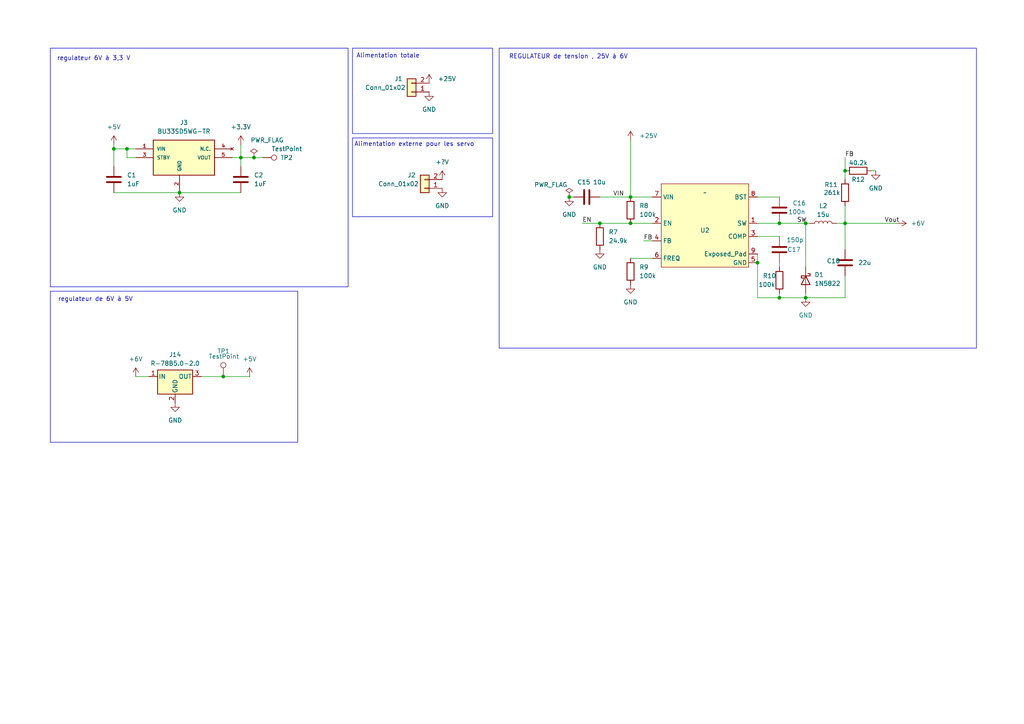
<source format=kicad_sch>
(kicad_sch (version 20250114) (generator "eeschema") (generator_version "9.0")
  (paper "A4")
  (lib_symbols
    (symbol "BU33SD5WG-TR:BU33SD5WG-TR" (pin_names (offset 1.016))
      (property "Reference" "PS1" (at 13.97 7.62 0))
      (property "Value" "BU33SD5WG-TR" (at 13.97 5.08 0))
      (symbol "BU33SD5WG-TR_0_0"
        (rectangle (start 5.08 -7.62) (end 22.86 2.54) (stroke (width 0.254)) (fill (type background)))
        (pin bidirectional line (at 0 0 0) (length 5.08) (name "VIN") (number "1"))
        (pin bidirectional line (at 0 -2.54 0) (length 5.08) (name "STBY") (number "3"))
        (pin bidirectional line (at 12.7 -12.7 90) (length 5.08) (name "GND") (number "2"))
        (pin no_connect line (at 27.94 0 180) (length 5.08) (name "N.C.") (number "4"))
        (pin bidirectional line (at 27.94 -2.54 180) (length 5.08) (name "VOUT") (number "5"))
      )
    )
    (symbol "Connector:TestPoint" (pin_numbers (hide yes)) (pin_names (offset 0.762) (hide yes))
      (property "Reference" "TP" (at 0 6.858 0))
      (property "Value" "TestPoint" (at 0 5.08 0))
      (symbol "TestPoint_0_1"
        (circle (center 0 3.302) (radius 0.762))
      )
      (symbol "TestPoint_1_1"
        (pin passive line (at 0 0 90) (length 2.54) (name "1") (number "1"))
      )
    )
    (symbol "Connector_Generic:Conn_01x02" (pin_names (offset 1.016) (hide yes))
      (property "Reference" "J" (at 0 2.54 0))
      (property "Value" "Conn_01x02" (at 0 -5.08 0))
      (symbol "Conn_01x02_1_1"
        (rectangle (start -1.27 1.27) (end 1.27 -3.81) (stroke (width 0.254)) (fill (type background)))
        (rectangle (start -1.27 0.127) (end 0 -0.127) (stroke (width 0.1524)))
        (rectangle (start -1.27 -2.413) (end 0 -2.667) (stroke (width 0.1524)))
        (pin passive line (at -5.08 0 0) (length 3.81) (name "Pin_1") (number "1"))
        (pin passive line (at -5.08 -2.54 0) (length 3.81) (name "Pin_2") (number "2"))
      )
    )
    (symbol "Device:C" (pin_numbers (hide yes)) (pin_names (offset 0.254))
      (property "Reference" "C" (at 0.635 2.54 0))
      (property "Value" "C" (at 0.635 -2.54 0))
      (symbol "C_0_1"
        (polyline (pts (xy -2.032 0.762) (xy 2.032 0.762)) (stroke (width 0.508)))
        (polyline (pts (xy -2.032 -0.762) (xy 2.032 -0.762)) (stroke (width 0.508)))
      )
      (symbol "C_1_1"
        (pin passive line (at 0 3.81 270) (length 2.794) (name "~") (number "1"))
        (pin passive line (at 0 -3.81 90) (length 2.794) (name "~") (number "2"))
      )
    )
    (symbol "Device:L" (pin_numbers (hide yes)) (pin_names (offset 1.016) (hide yes))
      (property "Reference" "L" (at -1.27 0 90))
      (property "Value" "L" (at 1.905 0 90))
      (symbol "L_0_1"
        (arc (start 0 2.54) (mid 0.6323 1.905) (end 0 1.27))
        (arc (start 0 1.27) (mid 0.6323 0.635) (end 0 0))
        (arc (start 0 0) (mid 0.6323 -0.635) (end 0 -1.27))
        (arc (start 0 -1.27) (mid 0.6323 -1.905) (end 0 -2.54))
      )
      (symbol "L_1_1"
        (pin passive line (at 0 3.81 270) (length 1.27) (name "1") (number "1"))
        (pin passive line (at 0 -3.81 90) (length 1.27) (name "2") (number "2"))
      )
    )
    (symbol "Device:R" (pin_numbers (hide yes)) (pin_names (offset 0))
      (property "Reference" "R" (at 2.032 0 90))
      (property "Value" "R" (at 0 0 90))
      (symbol "R_0_1"
        (rectangle (start -1.016 -2.54) (end 1.016 2.54) (stroke (width 0.254)))
      )
      (symbol "R_1_1"
        (pin passive line (at 0 3.81 270) (length 1.27) (name "~") (number "1"))
        (pin passive line (at 0 -3.81 90) (length 1.27) (name "~") (number "2"))
      )
    )
    (symbol "Diode:1N5822" (pin_numbers (hide yes)) (pin_names (offset 1.016) (hide yes))
      (property "Reference" "D" (at 0 2.54 0))
      (property "Value" "1N5822" (at 0 -2.54 0))
      (symbol "1N5822_0_1"
        (polyline (pts (xy -1.905 0.635) (xy -1.905 1.27) (xy -1.27 1.27) (xy -1.27 -1.27) (xy -0.635 -1.27) (xy -0.635 -0.635)) (stroke (width 0.254)))
        (polyline (pts (xy 1.27 1.27) (xy 1.27 -1.27) (xy -1.27 0) (xy 1.27 1.27)) (stroke (width 0.254)))
        (polyline (pts (xy 1.27 0) (xy -1.27 0)))
      )
      (symbol "1N5822_1_1"
        (pin passive line (at -3.81 0 0) (length 2.54) (name "K") (number "1"))
        (pin passive line (at 3.81 0 180) (length 2.54) (name "A") (number "2"))
      )
    )
    (symbol "GND_3" (power) (pin_numbers (hide yes)) (pin_names (offset 0) (hide yes))
      (property "Value" "GND" (at 0 -3.81 0))
      (symbol "GND_3_0_1"
        (polyline (pts (xy 0 0) (xy 0 -1.27) (xy 1.27 -1.27) (xy 0 -2.54) (xy -1.27 -1.27) (xy 0 -1.27)))
      )
      (symbol "GND_3_1_1"
        (pin power_in line (at 0 0 270) (length 0) (name "~") (number "1"))
      )
    )
    (symbol "MP1584:MP1584EN-LF-Z"
      (property "Reference" "U" (at 0 0 0))
      (symbol "MP1584EN-LF-Z_1_1"
        (rectangle (start -12.7 13.97) (end 12.7 -10.16) (fill (type color) (color 255 255 194 1)))
        (pin bidirectional line (at -15.24 10.16 0) (length 2.54) (name "VIN") (number "7"))
        (pin bidirectional line (at -15.24 2.54 0) (length 2.54) (name "EN") (number "2"))
        (pin bidirectional line (at -15.24 -2.54 0) (length 2.54) (name "FB") (number "4"))
        (pin bidirectional line (at -15.24 -7.62 0) (length 2.54) (name "FREQ") (number "6"))
        (pin bidirectional line (at 15.24 10.16 180) (length 2.54) (name "BST") (number "8"))
        (pin bidirectional line (at 15.24 2.54 180) (length 2.54) (name "SW") (number "1"))
        (pin bidirectional line (at 15.24 -1.27 180) (length 2.54) (name "COMP") (number "3"))
        (pin bidirectional line (at 15.24 -6.35 180) (length 2.54) (name "Exposed_Pad") (number "9"))
        (pin bidirectional line (at 15.24 -8.89 180) (length 2.54) (name "GND") (number "5"))
      )
    )
    (symbol "Regulator_Switching:R-78B5.0-2.0" (pin_names (offset 0.254))
      (property "Reference" "U" (at -3.81 3.175 0))
      (property "Value" "R-78B5.0-2.0" (at 0 3.175 0))
      (symbol "R-78B5.0-2.0_0_1"
        (rectangle (start -5.08 1.905) (end 5.08 -5.08) (stroke (width 0.254)) (fill (type background)))
      )
      (symbol "R-78B5.0-2.0_1_1"
        (pin power_in line (at -7.62 0 0) (length 2.54) (name "IN") (number "1"))
        (pin power_in line (at 0 -7.62 90) (length 2.54) (name "GND") (number "2"))
        (pin power_out line (at 7.62 0 180) (length 2.54) (name "OUT") (number "3"))
      )
    )
    (symbol "power:+3.3V" (power) (pin_numbers (hide yes)) (pin_names (offset 0) (hide yes))
      (property "Value" "+3.3V" (at 0 3.556 0))
      (symbol "+3.3V_0_1"
        (polyline (pts (xy -0.762 1.27) (xy 0 2.54)))
        (polyline (pts (xy 0 2.54) (xy 0.762 1.27)))
        (polyline (pts (xy 0 0) (xy 0 2.54)))
      )
      (symbol "+3.3V_1_1"
        (pin power_in line (at 0 0 90) (length 0) (name "~") (number "1"))
      )
    )
    (symbol "power:+5V" (power) (pin_numbers (hide yes)) (pin_names (offset 0) (hide yes))
      (property "Value" "+5V" (at 0 3.556 0))
      (symbol "+5V_0_1"
        (polyline (pts (xy -0.762 1.27) (xy 0 2.54)))
        (polyline (pts (xy 0 2.54) (xy 0.762 1.27)))
        (polyline (pts (xy 0 0) (xy 0 2.54)))
      )
      (symbol "+5V_1_1"
        (pin power_in line (at 0 0 90) (length 0) (name "~") (number "1"))
      )
    )
    (symbol "power:+7.5V" (power) (pin_numbers (hide yes)) (pin_names (offset 0) (hide yes))
      (property "Value" "+7.5V" (at 0 3.556 0))
      (symbol "+7.5V_0_1"
        (polyline (pts (xy -0.762 1.27) (xy 0 2.54)))
        (polyline (pts (xy 0 2.54) (xy 0.762 1.27)))
        (polyline (pts (xy 0 0) (xy 0 2.54)))
      )
      (symbol "+7.5V_1_1"
        (pin power_in line (at 0 0 90) (length 0) (name "~") (number "1"))
      )
    )
    (symbol "power:GND" (power) (pin_numbers (hide yes)) (pin_names (offset 0) (hide yes))
      (property "Value" "GND" (at 0 -3.81 0))
      (symbol "GND_0_1"
        (polyline (pts (xy 0 0) (xy 0 -1.27) (xy 1.27 -1.27) (xy 0 -2.54) (xy -1.27 -1.27) (xy 0 -1.27)))
      )
      (symbol "GND_1_1"
        (pin power_in line (at 0 0 270) (length 0) (name "~") (number "1"))
      )
    )
    (symbol "power:PWR_FLAG" (power) (pin_numbers (hide yes)) (pin_names (offset 0) (hide yes))
      (property "Value" "PWR_FLAG" (at 0 3.81 0))
      (symbol "PWR_FLAG_0_0"
        (pin power_out line (at 0 0 90) (length 0) (name "~") (number "1"))
      )
      (symbol "PWR_FLAG_0_1"
        (polyline (pts (xy 0 0) (xy 0 1.27) (xy -1.016 1.905) (xy 0 2.54) (xy 1.016 1.905) (xy 0 1.27)))
      )
    )
  )
  (rectangle (start 102.235 13.97) (end 142.875 38.735))
  (rectangle (start 14.605 13.97) (end 100.965 83.185))
  (rectangle (start 14.605 84.455) (end 86.36 128.27))
  (rectangle (start 144.78 13.97) (end 283.21 100.965))
  (rectangle (start 102.235 40.005) (end 142.875 62.865))
  (text "regulateur 6V à 3,3 V\n" (at 27.178 17.018 0) (effects (font (size 1.27 1.27))))
  (text "Alimentation externe pour les servo \n" (at 120.65 41.91 0) (effects (font (size 1.27 1.27))))
  (text "REGULATEUR de tension , 25V à 6V \n" (at 165.354 16.51 0) (effects (font (size 1.27 1.27))))
  (text "regulateur de 6V à 5V\n" (at 27.686 86.868 0) (effects (font (size 1.27 1.27))))
  (text "Alimentation totale \n" (at 113.03 16.256 0) (effects (font (size 1.27 1.27))))
  (junction (at 226.06 86.36))
  (junction (at 245.11 64.77))
  (junction (at 64.77 109.22))
  (junction (at 233.68 64.77))
  (junction (at 36.83 43.18))
  (junction (at 233.68 86.36))
  (junction (at 245.11 49.53))
  (junction (at 219.71 76.2))
  (junction (at 52.07 55.88))
  (junction (at 73.66 45.72))
  (junction (at 69.85 45.72))
  (junction (at 226.06 64.77))
  (junction (at 173.99 64.77))
  (junction (at 33.02 43.18))
  (junction (at 182.88 57.15))
  (junction (at 165.1 57.15))
  (junction (at 182.88 64.77))
  (wire (pts (xy 245.11 59.69) (xy 245.11 64.77)))
  (wire (pts (xy 36.83 43.18) (xy 39.37 43.18)))
  (wire (pts (xy 76.2 45.72) (xy 73.66 45.72)))
  (wire (pts (xy 226.06 76.2) (xy 226.06 77.47)))
  (wire (pts (xy 233.68 86.36) (xy 245.11 86.36)))
  (wire (pts (xy 254 49.53) (xy 252.73 49.53)))
  (wire (pts (xy 69.85 45.72) (xy 69.85 48.26)))
  (wire (pts (xy 182.88 74.93) (xy 189.23 74.93)))
  (wire (pts (xy 219.71 86.36) (xy 226.06 86.36)))
  (wire (pts (xy 226.06 57.15) (xy 219.71 57.15)))
  (wire (pts (xy 67.31 45.72) (xy 69.85 45.72)))
  (wire (pts (xy 73.66 45.72) (xy 69.85 45.72)))
  (wire (pts (xy 219.71 73.66) (xy 219.71 76.2)))
  (wire (pts (xy 226.06 64.77) (xy 233.68 64.77)))
  (wire (pts (xy 245.11 72.39) (xy 245.11 64.77)))
  (wire (pts (xy 245.11 64.77) (xy 260.35 64.77)))
  (wire (pts (xy 168.91 64.77) (xy 173.99 64.77)))
  (wire (pts (xy 173.99 57.15) (xy 182.88 57.15)))
  (wire (pts (xy 33.02 43.18) (xy 36.83 43.18)))
  (wire (pts (xy 33.02 55.88) (xy 52.07 55.88)))
  (wire (pts (xy 182.88 57.15) (xy 189.23 57.15)))
  (wire (pts (xy 69.85 41.91) (xy 69.85 45.72)))
  (wire (pts (xy 245.11 45.72) (xy 245.11 49.53)))
  (wire (pts (xy 36.83 45.72) (xy 39.37 45.72)))
  (wire (pts (xy 52.07 55.88) (xy 69.85 55.88)))
  (wire (pts (xy 219.71 68.58) (xy 226.06 68.58)))
  (wire (pts (xy 219.71 76.2) (xy 219.71 86.36)))
  (wire (pts (xy 233.68 86.36) (xy 226.06 86.36)))
  (wire (pts (xy 226.06 64.77) (xy 219.71 64.77)))
  (wire (pts (xy 245.11 80.01) (xy 245.11 86.36)))
  (wire (pts (xy 173.99 64.77) (xy 182.88 64.77)))
  (wire (pts (xy 233.68 77.47) (xy 233.68 64.77)))
  (wire (pts (xy 242.57 64.77) (xy 245.11 64.77)))
  (wire (pts (xy 58.42 109.22) (xy 64.77 109.22)))
  (wire (pts (xy 182.88 64.77) (xy 189.23 64.77)))
  (wire (pts (xy 33.02 41.91) (xy 33.02 43.18)))
  (wire (pts (xy 166.37 57.15) (xy 165.1 57.15)))
  (wire (pts (xy 36.83 43.18) (xy 36.83 45.72)))
  (wire (pts (xy 226.06 85.09) (xy 226.06 86.36)))
  (wire (pts (xy 186.69 69.85) (xy 189.23 69.85)))
  (wire (pts (xy 233.68 64.77) (xy 234.95 64.77)))
  (wire (pts (xy 245.11 49.53) (xy 245.11 52.07)))
  (wire (pts (xy 39.37 109.22) (xy 43.18 109.22)))
  (wire (pts (xy 33.02 43.18) (xy 33.02 48.26)))
  (wire (pts (xy 233.68 85.09) (xy 233.68 86.36)))
  (wire (pts (xy 182.88 40.64) (xy 182.88 57.15)))
  (wire (pts (xy 72.39 109.22) (xy 64.77 109.22)))
  (label "FB" (at 245.11 45.72 0))
  (label "FB" (at 186.69 69.85 0))
  (label "Vout" (at 256.54 64.77 0))
  (label "EN" (at 168.91 64.77 0))
  (label "SW" (at 231.14 64.77 0))
  (label "VIN" (at 177.8 57.15 0))
  (symbol (lib_id "power:GND") (at 124.46 26.67 0) (unit 1)
    (property "Reference" "#PWR07" (effects (hide yes)))
    (property "Value" "GND" (at 124.46 31.75 0))
    (property "Description" "Power symbol creates a global label with name \"GND\" , ground" (effects (hide yes)))
  )
  (symbol (lib_id "Device:C") (at 226.06 72.39 0) (unit 1)
    (property "Reference" "C17" (at 228.346 72.39 0) (effects (justify left)))
    (property "Value" "150p" (at 228.092 69.596 0) (effects (justify left)))
    (property "Footprint" "Capacitor_SMD:C_0603_1608Metric" (effects (hide yes)))
    (property "Description" "Unpolarized capacitor" (effects (hide yes)))
  )
  (symbol (lib_id "power:+7.5V") (at 124.46 24.13 0) (unit 1)
    (property "Reference" "#PWR06" (effects (hide yes)))
    (property "Value" "+25V" (at 127 22.8599 0) (effects (justify left)))
    (property "Description" "Power symbol creates a global label with name \"+7.5V\"" (effects (hide yes)))
  )
  (symbol (lib_id "power:GND") (at 128.27 54.61 0) (unit 1)
    (property "Reference" "#PWR02" (effects (hide yes)))
    (property "Value" "GND" (at 128.27 59.69 0))
    (property "Description" "Power symbol creates a global label with name \"GND\" , ground" (effects (hide yes)))
  )
  (symbol (lib_id "power:PWR_FLAG") (at 165.1 57.15 0) (unit 1)
    (property "Reference" "#FLG05" (effects (hide yes)))
    (property "Value" "PWR_FLAG" (at 159.766 53.594 0))
    (property "Description" "Special symbol for telling ERC where power comes from" (effects (hide yes)))
  )
  (symbol (lib_id "power:GND") (at 182.88 82.55 0) (unit 1)
    (property "Reference" "#PWR037" (effects (hide yes)))
    (property "Value" "GND" (at 182.88 87.63 0))
    (property "Description" "Power symbol creates a global label with name \"GND\" , ground" (effects (hide yes)))
  )
  (symbol (lib_id "power:PWR_FLAG") (at 73.66 45.72 0) (unit 1)
    (property "Reference" "#FLG02" (effects (hide yes)))
    (property "Value" "PWR_FLAG" (at 77.47 40.64 0))
    (property "Description" "Special symbol for telling ERC where power comes from" (effects (hide yes)))
  )
  (symbol (lib_id "power:+5V") (at 33.02 41.91 0) (unit 1)
    (property "Reference" "#PWR08" (effects (hide yes)))
    (property "Value" "+5V" (at 33.02 36.83 0))
    (property "Description" "Power symbol creates a global label with name \"+5V\"" (effects (hide yes)))
  )
  (symbol (lib_id "Connector:TestPoint") (at 64.77 109.22 0) (unit 1)
    (property "Reference" "TP1" (at 62.992 101.854 0) (effects (justify left)))
    (property "Value" "TestPoint" (at 60.452 103.378 0) (effects (justify left)))
    (property "Footprint" "TestPoint:TestPoint_Pad_D2.0mm" (effects (hide yes)))
    (property "Description" "test point" (effects (hide yes)))
  )
  (symbol (lib_name "GND_3") (lib_id "power:GND") (at 50.8 116.84 0) (unit 1)
    (property "Reference" "#PWR042" (effects (hide yes)))
    (property "Value" "GND" (at 50.8 121.92 0))
    (property "Description" "Power symbol creates a global label with name \"GND\" , ground" (effects (hide yes)))
  )
  (symbol (lib_id "Connector:TestPoint") (at 76.2 45.72 270) (unit 1)
    (property "Reference" "TP2" (at 81.28 45.72 90) (effects (justify left)))
    (property "Value" "TestPoint" (at 78.74 43.18 90) (effects (justify left)))
    (property "Footprint" "TestPoint:TestPoint_Pad_D2.0mm" (effects (hide yes)))
    (property "Description" "test point" (effects (hide yes)))
  )
  (symbol (lib_id "Device:C") (at 245.11 76.2 0) (unit 1)
    (property "Reference" "C18" (at 239.776 75.692 0) (effects (justify left)))
    (property "Value" "22u" (at 248.92 76.2 0) (effects (justify left)))
    (property "Footprint" "Capacitor_SMD:C_0805_2012Metric" (effects (hide yes)))
    (property "Description" "Unpolarized capacitor" (effects (hide yes)))
  )
  (symbol (lib_id "Regulator_Switching:R-78B5.0-2.0") (at 50.8 109.22 0) (unit 1)
    (property "Reference" "J14" (at 50.8 102.87 0))
    (property "Value" "R-78B5.0-2.0" (at 50.8 105.41 0))
    (property "Footprint" "Converter_DCDC:Converter_DCDC_RECOM_R-78B-2.0_THT" (effects (hide yes)))
    (property "Datasheet" "https://www.recom-power.com/pdf/Innoline/R-78Bxx-2.0.pdf" (effects (hide yes)))
    (property "Description" "2A Step-Down DC/DC-Regulator, 6.5-32V input, 5.0V fixed Output Voltage, LM78xx replacement, -40°C to +85°C, SIP3" (effects (hide yes)))
  )
  (symbol (lib_id "Device:R") (at 245.11 55.88 180) (unit 1)
    (property "Reference" "R11" (at 241.046 53.594 0))
    (property "Value" "261k" (at 241.3 55.88 0))
    (property "Footprint" "Resistor_SMD:R_0603_1608Metric" (effects (hide yes)))
    (property "Description" "Resistor" (effects (hide yes)))
  )
  (symbol (lib_id "power:GND") (at 233.68 86.36 0) (unit 1)
    (property "Reference" "#PWR038" (effects (hide yes)))
    (property "Value" "GND" (at 233.68 91.44 0))
    (property "Description" "Power symbol creates a global label with name \"GND\" , ground" (effects (hide yes)))
  )
  (symbol (lib_id "Device:R") (at 173.99 68.58 0) (unit 1)
    (property "Reference" "R7" (at 176.53 67.3099 0) (effects (justify left)))
    (property "Value" "24.9k" (at 176.53 69.8499 0) (effects (justify left)))
    (property "Footprint" "Resistor_SMD:R_0603_1608Metric" (effects (hide yes)))
    (property "Description" "Resistor" (effects (hide yes)))
  )
  (symbol (lib_id "Device:L") (at 238.76 64.77 90) (unit 1)
    (property "Reference" "L2" (at 238.76 59.69 90))
    (property "Value" "15u" (at 238.76 62.23 90))
    (property "Footprint" "Inductor_SMD:L_12x12mm_H4.5mm" (effects (hide yes)))
    (property "Description" "Inductor" (effects (hide yes)))
  )
  (symbol (lib_id "Device:R") (at 226.06 81.28 0) (unit 1)
    (property "Reference" "R10" (at 221.234 80.01 0) (effects (justify left)))
    (property "Value" "100k" (at 219.964 82.55 0) (effects (justify left)))
    (property "Footprint" "Resistor_SMD:R_0603_1608Metric" (effects (hide yes)))
    (property "Description" "Resistor" (effects (hide yes)))
  )
  (symbol (lib_id "Device:C") (at 69.85 52.07 0) (unit 1)
    (property "Reference" "C2" (at 73.66 50.7999 0) (effects (justify left)))
    (property "Value" "1uF" (at 73.66 53.3399 0) (effects (justify left)))
    (property "Footprint" "Capacitor_SMD:C_0603_1608Metric_Pad1.08x0.95mm_HandSolder" (effects (hide yes)))
    (property "Description" "Unpolarized capacitor" (effects (hide yes)))
  )
  (symbol (lib_id "power:GND") (at 52.07 55.88 0) (unit 1)
    (property "Reference" "#PWR09" (effects (hide yes)))
    (property "Value" "GND" (at 52.07 60.96 0))
    (property "Description" "Power symbol creates a global label with name \"GND\" , ground" (effects (hide yes)))
  )
  (symbol (lib_id "power:GND") (at 173.99 72.39 0) (unit 1)
    (property "Reference" "#PWR029" (effects (hide yes)))
    (property "Value" "GND" (at 173.99 77.47 0))
    (property "Description" "Power symbol creates a global label with name \"GND\" , ground" (effects (hide yes)))
  )
  (symbol (lib_id "Device:R") (at 182.88 78.74 0) (unit 1)
    (property "Reference" "R9" (at 185.42 77.4699 0) (effects (justify left)))
    (property "Value" "100k" (at 185.42 80.0099 0) (effects (justify left)))
    (property "Footprint" "Resistor_SMD:R_0603_1608Metric" (effects (hide yes)))
    (property "Description" "Resistor" (effects (hide yes)))
  )
  (symbol (lib_id "Device:C") (at 33.02 52.07 0) (unit 1)
    (property "Reference" "C1" (at 36.83 50.7999 0) (effects (justify left)))
    (property "Value" "1uF" (at 36.83 53.3399 0) (effects (justify left)))
    (property "Footprint" "Capacitor_SMD:C_0603_1608Metric_Pad1.08x0.95mm_HandSolder" (effects (hide yes)))
    (property "Description" "Unpolarized capacitor" (effects (hide yes)))
  )
  (symbol (lib_id "power:GND") (at 165.1 57.15 0) (unit 1)
    (property "Reference" "#PWR028" (effects (hide yes)))
    (property "Value" "GND" (at 165.1 62.23 0))
    (property "Description" "Power symbol creates a global label with name \"GND\" , ground" (effects (hide yes)))
  )
  (symbol (lib_id "Device:C") (at 226.06 60.96 0) (unit 1)
    (property "Reference" "C16" (at 229.87 58.928 0) (effects (justify left)))
    (property "Value" "100n" (at 228.6 61.468 0) (effects (justify left)))
    (property "Footprint" "Capacitor_SMD:C_0603_1608Metric" (effects (hide yes)))
    (property "Description" "Unpolarized capacitor" (effects (hide yes)))
  )
  (symbol (lib_id "power:+3.3V") (at 72.39 109.22 0) (unit 1)
    (property "Reference" "#PWR043" (effects (hide yes)))
    (property "Value" "+5V" (at 72.39 104.14 0))
    (property "Description" "Power symbol creates a global label with name \"+3.3V\"" (effects (hide yes)))
  )
  (symbol (lib_id "MP1584:MP1584EN-LF-Z") (at 204.47 67.31 0) (unit 1)
    (property "Reference" "U2" (at 204.47 66.802 0))
    (property "Value" "~" (at 204.47 55.88 0))
    (property "Footprint" "Package_SO:SOIC-8_3.9x4.9mm_P1.27mm" (effects (hide yes)))
    (property "Datasheet" "kicad-embed://MP1584.PDF" (effects (hide yes)))
  )
  (symbol (lib_id "power:+7.5V") (at 128.27 52.07 0) (unit 1)
    (property "Reference" "#PWR01" (effects (hide yes)))
    (property "Value" "+?V" (at 128.27 46.99 0))
    (property "Description" "Power symbol creates a global label with name \"+7.5V\"" (effects (hide yes)))
  )
  (symbol (lib_id "Diode:1N5822") (at 233.68 81.28 270) (unit 1)
    (property "Reference" "D1" (at 236.22 79.6924 90) (effects (justify left)))
    (property "Value" "1N5822" (at 236.22 82.2324 90) (effects (justify left)))
    (property "Footprint" "Diode_SMD:D_SMB" (effects (hide yes)))
    (property "Datasheet" "http://www.vishay.com/docs/88526/1n5820.pdf" (effects (hide yes)))
    (property "Description" "40V 3A Schottky Barrier Rectifier Diode, DO-201AD" (effects (hide yes)))
  )
  (symbol (lib_id "Device:C") (at 170.18 57.15 270) (unit 1)
    (property "Reference" "C15" (at 167.386 52.832 90) (effects (justify left)))
    (property "Value" "10u" (at 171.958 52.832 90) (effects (justify left)))
    (property "Footprint" "Capacitor_SMD:C_0603_1608Metric" (effects (hide yes)))
    (property "Description" "Unpolarized capacitor" (effects (hide yes)))
  )
  (symbol (lib_id "power:GND") (at 254 49.53 0) (unit 1)
    (property "Reference" "#PWR039" (effects (hide yes)))
    (property "Value" "GND" (at 254 54.61 0))
    (property "Description" "Power symbol creates a global label with name \"GND\" , ground" (effects (hide yes)))
  )
  (symbol (lib_id "Device:R") (at 182.88 60.96 0) (unit 1)
    (property "Reference" "R8" (at 185.42 59.6899 0) (effects (justify left)))
    (property "Value" "100k" (at 185.42 62.2299 0) (effects (justify left)))
    (property "Footprint" "Resistor_SMD:R_0603_1608Metric" (effects (hide yes)))
    (property "Description" "Resistor" (effects (hide yes)))
  )
  (symbol (lib_id "Connector_Generic:Conn_01x02") (at 123.19 54.61 180) (unit 1)
    (property "Reference" "J2" (at 119.38 50.8 0))
    (property "Value" "Conn_01x02" (at 115.57 53.34 0))
    (property "Footprint" "Connector_JST:JST_XH_S2B-XH-A-1_1x02_P2.50mm_Horizontal" (effects (hide yes)))
    (property "Description" "Generic connector, single row, 01x02, script generated (kicad-library-utils/schlib/autogen/connector/)" (effects (hide yes)))
  )
  (symbol (lib_id "Connector_Generic:Conn_01x02") (at 119.38 26.67 180) (unit 1)
    (property "Reference" "J1" (at 115.57 22.86 0))
    (property "Value" "Conn_01x02" (at 111.76 25.4 0))
    (property "Footprint" "Connector_JST:JST_XH_S2B-XH-A-1_1x02_P2.50mm_Horizontal" (effects (hide yes)))
    (property "Description" "Generic connector, single row, 01x02, script generated (kicad-library-utils/schlib/autogen/connector/)" (effects (hide yes)))
  )
  (symbol (lib_id "power:+3.3V") (at 69.85 41.91 0) (unit 1)
    (property "Reference" "#PWR012" (effects (hide yes)))
    (property "Value" "+3.3V" (at 69.85 36.83 0))
    (property "Description" "Power symbol creates a global label with name \"+3.3V\"" (effects (hide yes)))
  )
  (symbol (lib_id "Device:R") (at 248.92 49.53 270) (unit 1)
    (property "Reference" "R12" (at 248.92 52.07 90))
    (property "Value" "40.2k" (at 248.92 47.244 90))
    (property "Footprint" "Resistor_SMD:R_0603_1608Metric" (effects (hide yes)))
    (property "Description" "Resistor" (effects (hide yes)))
  )
  (symbol (lib_id "power:+7.5V") (at 182.88 40.64 0) (unit 1)
    (property "Reference" "#PWR036" (effects (hide yes)))
    (property "Value" "+25V" (at 185.42 39.3699 0) (effects (justify left)))
    (property "Description" "Power symbol creates a global label with name \"+7.5V\"" (effects (hide yes)))
  )
  (symbol (lib_id "power:+5V") (at 260.35 64.77 270) (unit 1)
    (property "Reference" "#PWR040" (effects (hide yes)))
    (property "Value" "+6V" (at 264.16 64.7699 90) (effects (justify left)))
    (property "Description" "Power symbol creates a global label with name \"+5V\"" (effects (hide yes)))
  )
  (symbol (lib_id "BU33SD5WG-TR:BU33SD5WG-TR") (at 39.37 43.18 0) (unit 1)
    (property "Reference" "J3" (at 53.34 35.56 0))
    (property "Value" "BU33SD5WG-TR" (at 53.34 38.1 0))
    (property "Footprint" "Package_TO_SOT_SMD:SOT-23-5" (effects (hide yes)))
    (property "Manufacturer_Name" "ROHM Semiconductor" (effects (hide yes)))
    (property "MF" "Rohm" (effects (hide yes)))
    (property "Mouser_Price-Stock" "https://www.mouser.co.uk/ProductDetail/ROHM-Semiconductor/BU33SD5WG-TR?qs=%2FKR40Cd6GUrQDzRkUEt69Q%3D%3D" (effects (hide yes)))
    (property "Description_1" "\n                        \n                            Linear Voltage Regulator IC Positive Fixed 1 Output  500mA 5-SSOP\n                        \n" (effects (hide yes)))
    (property "Mouser_Part_Number" "755-BU33SD5WG-TR" (effects (hide yes)))
    (property "Price" "None" (effects (hide yes)))
    (property "Package" "SSOP-5 Rohm" (effects (hide yes)))
    (property "Check_prices" "https://www.snapeda.com/parts/BU33SD5WG-TR/Rohm/view-part/?ref=eda" (effects (hide yes)))
    (property "Height" "1.25mm" (effects (hide yes)))
    (property "MP" "BU33SD5WG-TR" (effects (hide yes)))
    (property "SnapEDA_Link" "https://www.snapeda.com/parts/BU33SD5WG-TR/Rohm/view-part/?ref=snap" (effects (hide yes)))
    (property "Availability" "In Stock" (effects (hide yes)))
    (property "Manufacturer_Part_Number" "BU33SD5WG-TR" (effects (hide yes)))
  )
  (symbol (lib_id "power:+7.5V") (at 39.37 109.22 0) (unit 1)
    (property "Reference" "#PWR041" (effects (hide yes)))
    (property "Value" "+6V" (at 39.37 104.14 0))
    (property "Description" "Power symbol creates a global label with name \"+7.5V\"" (effects (hide yes)))
  )
)
</source>
